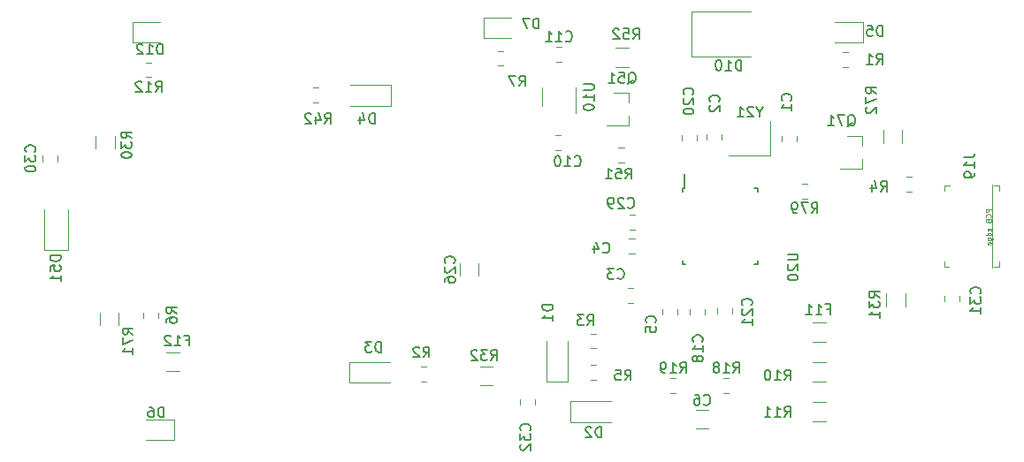
<source format=gbr>
G04 #@! TF.GenerationSoftware,KiCad,Pcbnew,5.1.5+dfsg1-2build2*
G04 #@! TF.CreationDate,2021-06-14T22:52:35+02:00*
G04 #@! TF.ProjectId,board,626f6172-642e-46b6-9963-61645f706362,rev?*
G04 #@! TF.SameCoordinates,Original*
G04 #@! TF.FileFunction,Legend,Bot*
G04 #@! TF.FilePolarity,Positive*
%FSLAX46Y46*%
G04 Gerber Fmt 4.6, Leading zero omitted, Abs format (unit mm)*
G04 Created by KiCad (PCBNEW 5.1.5+dfsg1-2build2) date 2021-06-14 22:52:35*
%MOMM*%
%LPD*%
G04 APERTURE LIST*
%ADD10C,0.120000*%
%ADD11C,0.150000*%
%ADD12C,0.100000*%
%ADD13C,0.050000*%
G04 APERTURE END LIST*
D10*
X-2115000Y-3547936D02*
X-2115000Y-4752064D01*
X-3935000Y-3547936D02*
X-3935000Y-4752064D01*
X19852064Y-19410000D02*
X18647936Y-19410000D01*
X19852064Y-17590000D02*
X18647936Y-17590000D01*
X-32790000Y-8303922D02*
X-32790000Y-8821078D01*
X-34210000Y-8303922D02*
X-34210000Y-8821078D01*
X-31315000Y-20460000D02*
X-34000000Y-20460000D01*
X-31315000Y-18540000D02*
X-31315000Y-20460000D01*
X-34000000Y-18540000D02*
X-31315000Y-18540000D01*
X12798578Y-2590000D02*
X12281422Y-2590000D01*
X12798578Y-1170000D02*
X12281422Y-1170000D01*
X12688578Y-7330000D02*
X12171422Y-7330000D01*
X12688578Y-5910000D02*
X12171422Y-5910000D01*
X19530000Y-7921422D02*
X19530000Y-8438578D01*
X18110000Y-7921422D02*
X18110000Y-8438578D01*
X16870000Y-7921422D02*
X16870000Y-8438578D01*
X15450000Y-7921422D02*
X15450000Y-8438578D01*
X3250000Y-16583922D02*
X3250000Y-17101078D01*
X1830000Y-16583922D02*
X1830000Y-17101078D01*
X43910000Y-6641422D02*
X43910000Y-7158578D01*
X42490000Y-6641422D02*
X42490000Y-7158578D01*
X-43890000Y6231422D02*
X-43890000Y6748578D01*
X-42470000Y6231422D02*
X-42470000Y6748578D01*
X12808578Y-285000D02*
X12291422Y-285000D01*
X12808578Y1135000D02*
X12291422Y1135000D01*
X22135000Y-7866422D02*
X22135000Y-8383578D01*
X20715000Y-7866422D02*
X20715000Y-8383578D01*
X17340000Y8216422D02*
X17340000Y8733578D01*
X18760000Y8216422D02*
X18760000Y8733578D01*
X5821078Y15790000D02*
X5303922Y15790000D01*
X5821078Y17210000D02*
X5303922Y17210000D01*
X5758578Y7290000D02*
X5241422Y7290000D01*
X5758578Y8710000D02*
X5241422Y8710000D01*
X-10570000Y13530000D02*
X-14470000Y13530000D01*
X-10570000Y11530000D02*
X-14470000Y11530000D01*
X-10570000Y13530000D02*
X-10570000Y11530000D01*
X-14540000Y-15010000D02*
X-10640000Y-15010000D01*
X-14540000Y-13010000D02*
X-10640000Y-13010000D01*
X-14540000Y-15010000D02*
X-14540000Y-13010000D01*
D11*
X17600000Y3625000D02*
X17600000Y5050000D01*
X17375000Y-3625000D02*
X17375000Y-3300000D01*
X24625000Y-3625000D02*
X24625000Y-3300000D01*
X24625000Y3625000D02*
X24625000Y3300000D01*
X17375000Y3625000D02*
X17375000Y3300000D01*
X24625000Y3625000D02*
X24300000Y3625000D01*
X24625000Y-3625000D02*
X24300000Y-3625000D01*
X17375000Y-3625000D02*
X17700000Y-3625000D01*
X17375000Y3625000D02*
X17600000Y3625000D01*
D10*
X-32002064Y-12090000D02*
X-30797936Y-12090000D01*
X-32002064Y-13910000D02*
X-30797936Y-13910000D01*
X-797936Y-15260000D02*
X-2002064Y-15260000D01*
X-797936Y-13440000D02*
X-2002064Y-13440000D01*
X36890000Y-7662064D02*
X36890000Y-6457936D01*
X38710000Y-7662064D02*
X38710000Y-6457936D01*
X-36970000Y8652064D02*
X-36970000Y7447936D01*
X-38790000Y8652064D02*
X-38790000Y7447936D01*
X25825000Y6825000D02*
X21825000Y6825000D01*
X25825000Y10125000D02*
X25825000Y6825000D01*
X7160000Y13300000D02*
X7160000Y10850000D01*
X3940000Y11500000D02*
X3940000Y13300000D01*
X28841422Y4085000D02*
X29358578Y4085000D01*
X28841422Y2665000D02*
X29358578Y2665000D01*
X36590000Y7997936D02*
X36590000Y9202064D01*
X38410000Y7997936D02*
X38410000Y9202064D01*
X10997936Y17110000D02*
X12202064Y17110000D01*
X10997936Y15290000D02*
X12202064Y15290000D01*
X11783578Y6090000D02*
X11266422Y6090000D01*
X11783578Y7510000D02*
X11266422Y7510000D01*
X-17438748Y11870000D02*
X-17961252Y11870000D01*
X-17438748Y13290000D02*
X-17961252Y13290000D01*
X16768578Y-15950000D02*
X16251422Y-15950000D01*
X16768578Y-14530000D02*
X16251422Y-14530000D01*
X21848578Y-15950000D02*
X21331422Y-15950000D01*
X21848578Y-14530000D02*
X21331422Y-14530000D01*
X-33958578Y15710000D02*
X-33441422Y15710000D01*
X-33958578Y14290000D02*
X-33441422Y14290000D01*
X29877936Y-16870000D02*
X31082064Y-16870000D01*
X29877936Y-18690000D02*
X31082064Y-18690000D01*
X29877936Y-13060000D02*
X31082064Y-13060000D01*
X29877936Y-14880000D02*
X31082064Y-14880000D01*
X258578Y15390000D02*
X-258578Y15390000D01*
X258578Y16810000D02*
X-258578Y16810000D01*
X9148578Y-14680000D02*
X8631422Y-14680000D01*
X9148578Y-13260000D02*
X8631422Y-13260000D01*
X39346252Y3340000D02*
X38823748Y3340000D01*
X39346252Y4760000D02*
X38823748Y4760000D01*
X8631422Y-10290000D02*
X9148578Y-10290000D01*
X8631422Y-11710000D02*
X9148578Y-11710000D01*
X-7651252Y-13430000D02*
X-7128748Y-13430000D01*
X-7651252Y-14850000D02*
X-7128748Y-14850000D01*
X32741422Y16710000D02*
X33258578Y16710000D01*
X32741422Y15290000D02*
X33258578Y15290000D01*
X34610000Y8680000D02*
X33150000Y8680000D01*
X34610000Y5520000D02*
X32450000Y5520000D01*
X34610000Y5520000D02*
X34610000Y6450000D01*
X34610000Y8680000D02*
X34610000Y7750000D01*
X12260000Y12830000D02*
X10800000Y12830000D01*
X12260000Y9670000D02*
X10100000Y9670000D01*
X12260000Y9670000D02*
X12260000Y10600000D01*
X12260000Y12830000D02*
X12260000Y11900000D01*
X47000000Y4000000D02*
X47000000Y-4000000D01*
D12*
X42500000Y3900000D02*
X42500000Y3400000D01*
X42500000Y3900000D02*
X43000000Y3900000D01*
X42500000Y-3900000D02*
X42500000Y-3400000D01*
X42500000Y-3900000D02*
X42900000Y-3900000D01*
X47700000Y-3900000D02*
X47200000Y-3900000D01*
X47700000Y-3900000D02*
X47700000Y-3400000D01*
X47700000Y3900000D02*
X47700000Y3400000D01*
X47700000Y3900000D02*
X47200000Y3900000D01*
D10*
X31082064Y-11070000D02*
X29877936Y-11070000D01*
X31082064Y-9250000D02*
X29877936Y-9250000D01*
X-43735000Y-2285000D02*
X-43735000Y1600000D01*
X-41465000Y-2285000D02*
X-43735000Y-2285000D01*
X-41465000Y1600000D02*
X-41465000Y-2285000D01*
X-35285000Y19560000D02*
X-32600000Y19560000D01*
X-35285000Y17640000D02*
X-35285000Y19560000D01*
X-32600000Y17640000D02*
X-35285000Y17640000D01*
X18250000Y16250000D02*
X23950000Y16250000D01*
X18250000Y20550000D02*
X23950000Y20550000D01*
X18250000Y16250000D02*
X18250000Y20550000D01*
X-1685000Y19960000D02*
X1000000Y19960000D01*
X-1685000Y18040000D02*
X-1685000Y19960000D01*
X1000000Y18040000D02*
X-1685000Y18040000D01*
X34685000Y17640000D02*
X32000000Y17640000D01*
X34685000Y19560000D02*
X34685000Y17640000D01*
X32000000Y19560000D02*
X34685000Y19560000D01*
X6640000Y-18780000D02*
X10540000Y-18780000D01*
X6640000Y-16780000D02*
X10540000Y-16780000D01*
X6640000Y-18780000D02*
X6640000Y-16780000D01*
X6400000Y-14850000D02*
X6400000Y-10950000D01*
X4400000Y-14850000D02*
X4400000Y-10950000D01*
X6400000Y-14850000D02*
X4400000Y-14850000D01*
X19690000Y8338748D02*
X19690000Y8861252D01*
X21110000Y8338748D02*
X21110000Y8861252D01*
X26915000Y8163748D02*
X26915000Y8686252D01*
X28335000Y8163748D02*
X28335000Y8686252D01*
X-38410000Y-9452064D02*
X-38410000Y-8247936D01*
X-36590000Y-9452064D02*
X-36590000Y-8247936D01*
D11*
X-4487857Y-3507142D02*
X-4440238Y-3459523D01*
X-4392619Y-3316666D01*
X-4392619Y-3221428D01*
X-4440238Y-3078571D01*
X-4535476Y-2983333D01*
X-4630714Y-2935714D01*
X-4821190Y-2888095D01*
X-4964047Y-2888095D01*
X-5154523Y-2935714D01*
X-5249761Y-2983333D01*
X-5345000Y-3078571D01*
X-5392619Y-3221428D01*
X-5392619Y-3316666D01*
X-5345000Y-3459523D01*
X-5297380Y-3507142D01*
X-5297380Y-3888095D02*
X-5345000Y-3935714D01*
X-5392619Y-4030952D01*
X-5392619Y-4269047D01*
X-5345000Y-4364285D01*
X-5297380Y-4411904D01*
X-5202142Y-4459523D01*
X-5106904Y-4459523D01*
X-4964047Y-4411904D01*
X-4392619Y-3840476D01*
X-4392619Y-4459523D01*
X-5392619Y-5316666D02*
X-5392619Y-5126190D01*
X-5345000Y-5030952D01*
X-5297380Y-4983333D01*
X-5154523Y-4888095D01*
X-4964047Y-4840476D01*
X-4583095Y-4840476D01*
X-4487857Y-4888095D01*
X-4440238Y-4935714D01*
X-4392619Y-5030952D01*
X-4392619Y-5221428D01*
X-4440238Y-5316666D01*
X-4487857Y-5364285D01*
X-4583095Y-5411904D01*
X-4821190Y-5411904D01*
X-4916428Y-5364285D01*
X-4964047Y-5316666D01*
X-5011666Y-5221428D01*
X-5011666Y-5030952D01*
X-4964047Y-4935714D01*
X-4916428Y-4888095D01*
X-4821190Y-4840476D01*
X19416666Y-17037142D02*
X19464285Y-17084761D01*
X19607142Y-17132380D01*
X19702380Y-17132380D01*
X19845238Y-17084761D01*
X19940476Y-16989523D01*
X19988095Y-16894285D01*
X20035714Y-16703809D01*
X20035714Y-16560952D01*
X19988095Y-16370476D01*
X19940476Y-16275238D01*
X19845238Y-16180000D01*
X19702380Y-16132380D01*
X19607142Y-16132380D01*
X19464285Y-16180000D01*
X19416666Y-16227619D01*
X18559523Y-16132380D02*
X18750000Y-16132380D01*
X18845238Y-16180000D01*
X18892857Y-16227619D01*
X18988095Y-16370476D01*
X19035714Y-16560952D01*
X19035714Y-16941904D01*
X18988095Y-17037142D01*
X18940476Y-17084761D01*
X18845238Y-17132380D01*
X18654761Y-17132380D01*
X18559523Y-17084761D01*
X18511904Y-17037142D01*
X18464285Y-16941904D01*
X18464285Y-16703809D01*
X18511904Y-16608571D01*
X18559523Y-16560952D01*
X18654761Y-16513333D01*
X18845238Y-16513333D01*
X18940476Y-16560952D01*
X18988095Y-16608571D01*
X19035714Y-16703809D01*
X-31047619Y-8333333D02*
X-31523809Y-8000000D01*
X-31047619Y-7761904D02*
X-32047619Y-7761904D01*
X-32047619Y-8142857D01*
X-32000000Y-8238095D01*
X-31952380Y-8285714D01*
X-31857142Y-8333333D01*
X-31714285Y-8333333D01*
X-31619047Y-8285714D01*
X-31571428Y-8238095D01*
X-31523809Y-8142857D01*
X-31523809Y-7761904D01*
X-32047619Y-9190476D02*
X-32047619Y-9000000D01*
X-32000000Y-8904761D01*
X-31952380Y-8857142D01*
X-31809523Y-8761904D01*
X-31619047Y-8714285D01*
X-31238095Y-8714285D01*
X-31142857Y-8761904D01*
X-31095238Y-8809523D01*
X-31047619Y-8904761D01*
X-31047619Y-9095238D01*
X-31095238Y-9190476D01*
X-31142857Y-9238095D01*
X-31238095Y-9285714D01*
X-31476190Y-9285714D01*
X-31571428Y-9238095D01*
X-31619047Y-9190476D01*
X-31666666Y-9095238D01*
X-31666666Y-8904761D01*
X-31619047Y-8809523D01*
X-31571428Y-8761904D01*
X-31476190Y-8714285D01*
X-32261904Y-18302380D02*
X-32261904Y-17302380D01*
X-32500000Y-17302380D01*
X-32642857Y-17350000D01*
X-32738095Y-17445238D01*
X-32785714Y-17540476D01*
X-32833333Y-17730952D01*
X-32833333Y-17873809D01*
X-32785714Y-18064285D01*
X-32738095Y-18159523D01*
X-32642857Y-18254761D01*
X-32500000Y-18302380D01*
X-32261904Y-18302380D01*
X-33690476Y-17302380D02*
X-33500000Y-17302380D01*
X-33404761Y-17350000D01*
X-33357142Y-17397619D01*
X-33261904Y-17540476D01*
X-33214285Y-17730952D01*
X-33214285Y-18111904D01*
X-33261904Y-18207142D01*
X-33309523Y-18254761D01*
X-33404761Y-18302380D01*
X-33595238Y-18302380D01*
X-33690476Y-18254761D01*
X-33738095Y-18207142D01*
X-33785714Y-18111904D01*
X-33785714Y-17873809D01*
X-33738095Y-17778571D01*
X-33690476Y-17730952D01*
X-33595238Y-17683333D01*
X-33404761Y-17683333D01*
X-33309523Y-17730952D01*
X-33261904Y-17778571D01*
X-33214285Y-17873809D01*
X9766666Y-2457142D02*
X9814285Y-2504761D01*
X9957142Y-2552380D01*
X10052380Y-2552380D01*
X10195238Y-2504761D01*
X10290476Y-2409523D01*
X10338095Y-2314285D01*
X10385714Y-2123809D01*
X10385714Y-1980952D01*
X10338095Y-1790476D01*
X10290476Y-1695238D01*
X10195238Y-1600000D01*
X10052380Y-1552380D01*
X9957142Y-1552380D01*
X9814285Y-1600000D01*
X9766666Y-1647619D01*
X8909523Y-1885714D02*
X8909523Y-2552380D01*
X9147619Y-1504761D02*
X9385714Y-2219047D01*
X8766666Y-2219047D01*
X11166666Y-4957142D02*
X11214285Y-5004761D01*
X11357142Y-5052380D01*
X11452380Y-5052380D01*
X11595238Y-5004761D01*
X11690476Y-4909523D01*
X11738095Y-4814285D01*
X11785714Y-4623809D01*
X11785714Y-4480952D01*
X11738095Y-4290476D01*
X11690476Y-4195238D01*
X11595238Y-4100000D01*
X11452380Y-4052380D01*
X11357142Y-4052380D01*
X11214285Y-4100000D01*
X11166666Y-4147619D01*
X10833333Y-4052380D02*
X10214285Y-4052380D01*
X10547619Y-4433333D01*
X10404761Y-4433333D01*
X10309523Y-4480952D01*
X10261904Y-4528571D01*
X10214285Y-4623809D01*
X10214285Y-4861904D01*
X10261904Y-4957142D01*
X10309523Y-5004761D01*
X10404761Y-5052380D01*
X10690476Y-5052380D01*
X10785714Y-5004761D01*
X10833333Y-4957142D01*
X19257142Y-11057142D02*
X19304761Y-11009523D01*
X19352380Y-10866666D01*
X19352380Y-10771428D01*
X19304761Y-10628571D01*
X19209523Y-10533333D01*
X19114285Y-10485714D01*
X18923809Y-10438095D01*
X18780952Y-10438095D01*
X18590476Y-10485714D01*
X18495238Y-10533333D01*
X18400000Y-10628571D01*
X18352380Y-10771428D01*
X18352380Y-10866666D01*
X18400000Y-11009523D01*
X18447619Y-11057142D01*
X19352380Y-12009523D02*
X19352380Y-11438095D01*
X19352380Y-11723809D02*
X18352380Y-11723809D01*
X18495238Y-11628571D01*
X18590476Y-11533333D01*
X18638095Y-11438095D01*
X18780952Y-12580952D02*
X18733333Y-12485714D01*
X18685714Y-12438095D01*
X18590476Y-12390476D01*
X18542857Y-12390476D01*
X18447619Y-12438095D01*
X18400000Y-12485714D01*
X18352380Y-12580952D01*
X18352380Y-12771428D01*
X18400000Y-12866666D01*
X18447619Y-12914285D01*
X18542857Y-12961904D01*
X18590476Y-12961904D01*
X18685714Y-12914285D01*
X18733333Y-12866666D01*
X18780952Y-12771428D01*
X18780952Y-12580952D01*
X18828571Y-12485714D01*
X18876190Y-12438095D01*
X18971428Y-12390476D01*
X19161904Y-12390476D01*
X19257142Y-12438095D01*
X19304761Y-12485714D01*
X19352380Y-12580952D01*
X19352380Y-12771428D01*
X19304761Y-12866666D01*
X19257142Y-12914285D01*
X19161904Y-12961904D01*
X18971428Y-12961904D01*
X18876190Y-12914285D01*
X18828571Y-12866666D01*
X18780952Y-12771428D01*
X14757142Y-9233333D02*
X14804761Y-9185714D01*
X14852380Y-9042857D01*
X14852380Y-8947619D01*
X14804761Y-8804761D01*
X14709523Y-8709523D01*
X14614285Y-8661904D01*
X14423809Y-8614285D01*
X14280952Y-8614285D01*
X14090476Y-8661904D01*
X13995238Y-8709523D01*
X13900000Y-8804761D01*
X13852380Y-8947619D01*
X13852380Y-9042857D01*
X13900000Y-9185714D01*
X13947619Y-9233333D01*
X13852380Y-10138095D02*
X13852380Y-9661904D01*
X14328571Y-9614285D01*
X14280952Y-9661904D01*
X14233333Y-9757142D01*
X14233333Y-9995238D01*
X14280952Y-10090476D01*
X14328571Y-10138095D01*
X14423809Y-10185714D01*
X14661904Y-10185714D01*
X14757142Y-10138095D01*
X14804761Y-10090476D01*
X14852380Y-9995238D01*
X14852380Y-9757142D01*
X14804761Y-9661904D01*
X14757142Y-9614285D01*
X2757142Y-19557142D02*
X2804761Y-19509523D01*
X2852380Y-19366666D01*
X2852380Y-19271428D01*
X2804761Y-19128571D01*
X2709523Y-19033333D01*
X2614285Y-18985714D01*
X2423809Y-18938095D01*
X2280952Y-18938095D01*
X2090476Y-18985714D01*
X1995238Y-19033333D01*
X1900000Y-19128571D01*
X1852380Y-19271428D01*
X1852380Y-19366666D01*
X1900000Y-19509523D01*
X1947619Y-19557142D01*
X1852380Y-19890476D02*
X1852380Y-20509523D01*
X2233333Y-20176190D01*
X2233333Y-20319047D01*
X2280952Y-20414285D01*
X2328571Y-20461904D01*
X2423809Y-20509523D01*
X2661904Y-20509523D01*
X2757142Y-20461904D01*
X2804761Y-20414285D01*
X2852380Y-20319047D01*
X2852380Y-20033333D01*
X2804761Y-19938095D01*
X2757142Y-19890476D01*
X1947619Y-20890476D02*
X1900000Y-20938095D01*
X1852380Y-21033333D01*
X1852380Y-21271428D01*
X1900000Y-21366666D01*
X1947619Y-21414285D01*
X2042857Y-21461904D01*
X2138095Y-21461904D01*
X2280952Y-21414285D01*
X2852380Y-20842857D01*
X2852380Y-21461904D01*
X45857142Y-6457142D02*
X45904761Y-6409523D01*
X45952380Y-6266666D01*
X45952380Y-6171428D01*
X45904761Y-6028571D01*
X45809523Y-5933333D01*
X45714285Y-5885714D01*
X45523809Y-5838095D01*
X45380952Y-5838095D01*
X45190476Y-5885714D01*
X45095238Y-5933333D01*
X45000000Y-6028571D01*
X44952380Y-6171428D01*
X44952380Y-6266666D01*
X45000000Y-6409523D01*
X45047619Y-6457142D01*
X44952380Y-6790476D02*
X44952380Y-7409523D01*
X45333333Y-7076190D01*
X45333333Y-7219047D01*
X45380952Y-7314285D01*
X45428571Y-7361904D01*
X45523809Y-7409523D01*
X45761904Y-7409523D01*
X45857142Y-7361904D01*
X45904761Y-7314285D01*
X45952380Y-7219047D01*
X45952380Y-6933333D01*
X45904761Y-6838095D01*
X45857142Y-6790476D01*
X45952380Y-8361904D02*
X45952380Y-7790476D01*
X45952380Y-8076190D02*
X44952380Y-8076190D01*
X45095238Y-7980952D01*
X45190476Y-7885714D01*
X45238095Y-7790476D01*
X-44642857Y7142857D02*
X-44595238Y7190476D01*
X-44547619Y7333333D01*
X-44547619Y7428571D01*
X-44595238Y7571428D01*
X-44690476Y7666666D01*
X-44785714Y7714285D01*
X-44976190Y7761904D01*
X-45119047Y7761904D01*
X-45309523Y7714285D01*
X-45404761Y7666666D01*
X-45500000Y7571428D01*
X-45547619Y7428571D01*
X-45547619Y7333333D01*
X-45500000Y7190476D01*
X-45452380Y7142857D01*
X-45547619Y6809523D02*
X-45547619Y6190476D01*
X-45166666Y6523809D01*
X-45166666Y6380952D01*
X-45119047Y6285714D01*
X-45071428Y6238095D01*
X-44976190Y6190476D01*
X-44738095Y6190476D01*
X-44642857Y6238095D01*
X-44595238Y6285714D01*
X-44547619Y6380952D01*
X-44547619Y6666666D01*
X-44595238Y6761904D01*
X-44642857Y6809523D01*
X-45547619Y5571428D02*
X-45547619Y5476190D01*
X-45500000Y5380952D01*
X-45452380Y5333333D01*
X-45357142Y5285714D01*
X-45166666Y5238095D01*
X-44928571Y5238095D01*
X-44738095Y5285714D01*
X-44642857Y5333333D01*
X-44595238Y5380952D01*
X-44547619Y5476190D01*
X-44547619Y5571428D01*
X-44595238Y5666666D01*
X-44642857Y5714285D01*
X-44738095Y5761904D01*
X-44928571Y5809523D01*
X-45166666Y5809523D01*
X-45357142Y5761904D01*
X-45452380Y5714285D01*
X-45500000Y5666666D01*
X-45547619Y5571428D01*
X12142857Y1842857D02*
X12190476Y1795238D01*
X12333333Y1747619D01*
X12428571Y1747619D01*
X12571428Y1795238D01*
X12666666Y1890476D01*
X12714285Y1985714D01*
X12761904Y2176190D01*
X12761904Y2319047D01*
X12714285Y2509523D01*
X12666666Y2604761D01*
X12571428Y2700000D01*
X12428571Y2747619D01*
X12333333Y2747619D01*
X12190476Y2700000D01*
X12142857Y2652380D01*
X11761904Y2652380D02*
X11714285Y2700000D01*
X11619047Y2747619D01*
X11380952Y2747619D01*
X11285714Y2700000D01*
X11238095Y2652380D01*
X11190476Y2557142D01*
X11190476Y2461904D01*
X11238095Y2319047D01*
X11809523Y1747619D01*
X11190476Y1747619D01*
X10714285Y1747619D02*
X10523809Y1747619D01*
X10428571Y1795238D01*
X10380952Y1842857D01*
X10285714Y1985714D01*
X10238095Y2176190D01*
X10238095Y2557142D01*
X10285714Y2652380D01*
X10333333Y2700000D01*
X10428571Y2747619D01*
X10619047Y2747619D01*
X10714285Y2700000D01*
X10761904Y2652380D01*
X10809523Y2557142D01*
X10809523Y2319047D01*
X10761904Y2223809D01*
X10714285Y2176190D01*
X10619047Y2128571D01*
X10428571Y2128571D01*
X10333333Y2176190D01*
X10285714Y2223809D01*
X10238095Y2319047D01*
X23957142Y-7557142D02*
X24004761Y-7509523D01*
X24052380Y-7366666D01*
X24052380Y-7271428D01*
X24004761Y-7128571D01*
X23909523Y-7033333D01*
X23814285Y-6985714D01*
X23623809Y-6938095D01*
X23480952Y-6938095D01*
X23290476Y-6985714D01*
X23195238Y-7033333D01*
X23100000Y-7128571D01*
X23052380Y-7271428D01*
X23052380Y-7366666D01*
X23100000Y-7509523D01*
X23147619Y-7557142D01*
X23147619Y-7938095D02*
X23100000Y-7985714D01*
X23052380Y-8080952D01*
X23052380Y-8319047D01*
X23100000Y-8414285D01*
X23147619Y-8461904D01*
X23242857Y-8509523D01*
X23338095Y-8509523D01*
X23480952Y-8461904D01*
X24052380Y-7890476D01*
X24052380Y-8509523D01*
X24052380Y-9461904D02*
X24052380Y-8890476D01*
X24052380Y-9176190D02*
X23052380Y-9176190D01*
X23195238Y-9080952D01*
X23290476Y-8985714D01*
X23338095Y-8890476D01*
X18357142Y12642857D02*
X18404761Y12690476D01*
X18452380Y12833333D01*
X18452380Y12928571D01*
X18404761Y13071428D01*
X18309523Y13166666D01*
X18214285Y13214285D01*
X18023809Y13261904D01*
X17880952Y13261904D01*
X17690476Y13214285D01*
X17595238Y13166666D01*
X17500000Y13071428D01*
X17452380Y12928571D01*
X17452380Y12833333D01*
X17500000Y12690476D01*
X17547619Y12642857D01*
X17547619Y12261904D02*
X17500000Y12214285D01*
X17452380Y12119047D01*
X17452380Y11880952D01*
X17500000Y11785714D01*
X17547619Y11738095D01*
X17642857Y11690476D01*
X17738095Y11690476D01*
X17880952Y11738095D01*
X18452380Y12309523D01*
X18452380Y11690476D01*
X17452380Y11071428D02*
X17452380Y10976190D01*
X17500000Y10880952D01*
X17547619Y10833333D01*
X17642857Y10785714D01*
X17833333Y10738095D01*
X18071428Y10738095D01*
X18261904Y10785714D01*
X18357142Y10833333D01*
X18404761Y10880952D01*
X18452380Y10976190D01*
X18452380Y11071428D01*
X18404761Y11166666D01*
X18357142Y11214285D01*
X18261904Y11261904D01*
X18071428Y11309523D01*
X17833333Y11309523D01*
X17642857Y11261904D01*
X17547619Y11214285D01*
X17500000Y11166666D01*
X17452380Y11071428D01*
X6205357Y17792857D02*
X6252976Y17745238D01*
X6395833Y17697619D01*
X6491071Y17697619D01*
X6633928Y17745238D01*
X6729166Y17840476D01*
X6776785Y17935714D01*
X6824404Y18126190D01*
X6824404Y18269047D01*
X6776785Y18459523D01*
X6729166Y18554761D01*
X6633928Y18650000D01*
X6491071Y18697619D01*
X6395833Y18697619D01*
X6252976Y18650000D01*
X6205357Y18602380D01*
X5252976Y17697619D02*
X5824404Y17697619D01*
X5538690Y17697619D02*
X5538690Y18697619D01*
X5633928Y18554761D01*
X5729166Y18459523D01*
X5824404Y18411904D01*
X4300595Y17697619D02*
X4872023Y17697619D01*
X4586309Y17697619D02*
X4586309Y18697619D01*
X4681547Y18554761D01*
X4776785Y18459523D01*
X4872023Y18411904D01*
X7042857Y5842857D02*
X7090476Y5795238D01*
X7233333Y5747619D01*
X7328571Y5747619D01*
X7471428Y5795238D01*
X7566666Y5890476D01*
X7614285Y5985714D01*
X7661904Y6176190D01*
X7661904Y6319047D01*
X7614285Y6509523D01*
X7566666Y6604761D01*
X7471428Y6700000D01*
X7328571Y6747619D01*
X7233333Y6747619D01*
X7090476Y6700000D01*
X7042857Y6652380D01*
X6090476Y5747619D02*
X6661904Y5747619D01*
X6376190Y5747619D02*
X6376190Y6747619D01*
X6471428Y6604761D01*
X6566666Y6509523D01*
X6661904Y6461904D01*
X5471428Y6747619D02*
X5376190Y6747619D01*
X5280952Y6700000D01*
X5233333Y6652380D01*
X5185714Y6557142D01*
X5138095Y6366666D01*
X5138095Y6128571D01*
X5185714Y5938095D01*
X5233333Y5842857D01*
X5280952Y5795238D01*
X5376190Y5747619D01*
X5471428Y5747619D01*
X5566666Y5795238D01*
X5614285Y5842857D01*
X5661904Y5938095D01*
X5709523Y6128571D01*
X5709523Y6366666D01*
X5661904Y6557142D01*
X5614285Y6652380D01*
X5566666Y6700000D01*
X5471428Y6747619D01*
X-12081904Y9847619D02*
X-12081904Y10847619D01*
X-12320000Y10847619D01*
X-12462857Y10800000D01*
X-12558095Y10704761D01*
X-12605714Y10609523D01*
X-12653333Y10419047D01*
X-12653333Y10276190D01*
X-12605714Y10085714D01*
X-12558095Y9990476D01*
X-12462857Y9895238D01*
X-12320000Y9847619D01*
X-12081904Y9847619D01*
X-13510476Y10514285D02*
X-13510476Y9847619D01*
X-13272380Y10895238D02*
X-13034285Y10180952D01*
X-13653333Y10180952D01*
X-11461904Y-12052380D02*
X-11461904Y-11052380D01*
X-11700000Y-11052380D01*
X-11842857Y-11100000D01*
X-11938095Y-11195238D01*
X-11985714Y-11290476D01*
X-12033333Y-11480952D01*
X-12033333Y-11623809D01*
X-11985714Y-11814285D01*
X-11938095Y-11909523D01*
X-11842857Y-12004761D01*
X-11700000Y-12052380D01*
X-11461904Y-12052380D01*
X-12366666Y-11052380D02*
X-12985714Y-11052380D01*
X-12652380Y-11433333D01*
X-12795238Y-11433333D01*
X-12890476Y-11480952D01*
X-12938095Y-11528571D01*
X-12985714Y-11623809D01*
X-12985714Y-11861904D01*
X-12938095Y-11957142D01*
X-12890476Y-12004761D01*
X-12795238Y-12052380D01*
X-12509523Y-12052380D01*
X-12414285Y-12004761D01*
X-12366666Y-11957142D01*
X27452380Y-2661904D02*
X28261904Y-2661904D01*
X28357142Y-2709523D01*
X28404761Y-2757142D01*
X28452380Y-2852380D01*
X28452380Y-3042857D01*
X28404761Y-3138095D01*
X28357142Y-3185714D01*
X28261904Y-3233333D01*
X27452380Y-3233333D01*
X27547619Y-3661904D02*
X27500000Y-3709523D01*
X27452380Y-3804761D01*
X27452380Y-4042857D01*
X27500000Y-4138095D01*
X27547619Y-4185714D01*
X27642857Y-4233333D01*
X27738095Y-4233333D01*
X27880952Y-4185714D01*
X28452380Y-3614285D01*
X28452380Y-4233333D01*
X27452380Y-4852380D02*
X27452380Y-4947619D01*
X27500000Y-5042857D01*
X27547619Y-5090476D01*
X27642857Y-5138095D01*
X27833333Y-5185714D01*
X28071428Y-5185714D01*
X28261904Y-5138095D01*
X28357142Y-5090476D01*
X28404761Y-5042857D01*
X28452380Y-4947619D01*
X28452380Y-4852380D01*
X28404761Y-4757142D01*
X28357142Y-4709523D01*
X28261904Y-4661904D01*
X28071428Y-4614285D01*
X27833333Y-4614285D01*
X27642857Y-4661904D01*
X27547619Y-4709523D01*
X27500000Y-4757142D01*
X27452380Y-4852380D01*
X-30190476Y-10928571D02*
X-29857142Y-10928571D01*
X-29857142Y-11452380D02*
X-29857142Y-10452380D01*
X-30333333Y-10452380D01*
X-31238095Y-11452380D02*
X-30666666Y-11452380D01*
X-30952380Y-11452380D02*
X-30952380Y-10452380D01*
X-30857142Y-10595238D01*
X-30761904Y-10690476D01*
X-30666666Y-10738095D01*
X-31619047Y-10547619D02*
X-31666666Y-10500000D01*
X-31761904Y-10452380D01*
X-32000000Y-10452380D01*
X-32095238Y-10500000D01*
X-32142857Y-10547619D01*
X-32190476Y-10642857D01*
X-32190476Y-10738095D01*
X-32142857Y-10880952D01*
X-31571428Y-11452380D01*
X-32190476Y-11452380D01*
X-957142Y-12852380D02*
X-623809Y-12376190D01*
X-385714Y-12852380D02*
X-385714Y-11852380D01*
X-766666Y-11852380D01*
X-861904Y-11900000D01*
X-909523Y-11947619D01*
X-957142Y-12042857D01*
X-957142Y-12185714D01*
X-909523Y-12280952D01*
X-861904Y-12328571D01*
X-766666Y-12376190D01*
X-385714Y-12376190D01*
X-1290476Y-11852380D02*
X-1909523Y-11852380D01*
X-1576190Y-12233333D01*
X-1719047Y-12233333D01*
X-1814285Y-12280952D01*
X-1861904Y-12328571D01*
X-1909523Y-12423809D01*
X-1909523Y-12661904D01*
X-1861904Y-12757142D01*
X-1814285Y-12804761D01*
X-1719047Y-12852380D01*
X-1433333Y-12852380D01*
X-1338095Y-12804761D01*
X-1290476Y-12757142D01*
X-2290476Y-11947619D02*
X-2338095Y-11900000D01*
X-2433333Y-11852380D01*
X-2671428Y-11852380D01*
X-2766666Y-11900000D01*
X-2814285Y-11947619D01*
X-2861904Y-12042857D01*
X-2861904Y-12138095D01*
X-2814285Y-12280952D01*
X-2242857Y-12852380D01*
X-2861904Y-12852380D01*
X36252380Y-6857142D02*
X35776190Y-6523809D01*
X36252380Y-6285714D02*
X35252380Y-6285714D01*
X35252380Y-6666666D01*
X35300000Y-6761904D01*
X35347619Y-6809523D01*
X35442857Y-6857142D01*
X35585714Y-6857142D01*
X35680952Y-6809523D01*
X35728571Y-6761904D01*
X35776190Y-6666666D01*
X35776190Y-6285714D01*
X35252380Y-7190476D02*
X35252380Y-7809523D01*
X35633333Y-7476190D01*
X35633333Y-7619047D01*
X35680952Y-7714285D01*
X35728571Y-7761904D01*
X35823809Y-7809523D01*
X36061904Y-7809523D01*
X36157142Y-7761904D01*
X36204761Y-7714285D01*
X36252380Y-7619047D01*
X36252380Y-7333333D01*
X36204761Y-7238095D01*
X36157142Y-7190476D01*
X36252380Y-8761904D02*
X36252380Y-8190476D01*
X36252380Y-8476190D02*
X35252380Y-8476190D01*
X35395238Y-8380952D01*
X35490476Y-8285714D01*
X35538095Y-8190476D01*
X-35347619Y8442857D02*
X-35823809Y8776190D01*
X-35347619Y9014285D02*
X-36347619Y9014285D01*
X-36347619Y8633333D01*
X-36300000Y8538095D01*
X-36252380Y8490476D01*
X-36157142Y8442857D01*
X-36014285Y8442857D01*
X-35919047Y8490476D01*
X-35871428Y8538095D01*
X-35823809Y8633333D01*
X-35823809Y9014285D01*
X-36347619Y8109523D02*
X-36347619Y7490476D01*
X-35966666Y7823809D01*
X-35966666Y7680952D01*
X-35919047Y7585714D01*
X-35871428Y7538095D01*
X-35776190Y7490476D01*
X-35538095Y7490476D01*
X-35442857Y7538095D01*
X-35395238Y7585714D01*
X-35347619Y7680952D01*
X-35347619Y7966666D01*
X-35395238Y8061904D01*
X-35442857Y8109523D01*
X-36347619Y6871428D02*
X-36347619Y6776190D01*
X-36300000Y6680952D01*
X-36252380Y6633333D01*
X-36157142Y6585714D01*
X-35966666Y6538095D01*
X-35728571Y6538095D01*
X-35538095Y6585714D01*
X-35442857Y6633333D01*
X-35395238Y6680952D01*
X-35347619Y6776190D01*
X-35347619Y6871428D01*
X-35395238Y6966666D01*
X-35442857Y7014285D01*
X-35538095Y7061904D01*
X-35728571Y7109523D01*
X-35966666Y7109523D01*
X-36157142Y7061904D01*
X-36252380Y7014285D01*
X-36300000Y6966666D01*
X-36347619Y6871428D01*
X24777380Y10948809D02*
X24777380Y10472619D01*
X25110714Y11472619D02*
X24777380Y10948809D01*
X24444047Y11472619D01*
X24158333Y11377380D02*
X24110714Y11425000D01*
X24015476Y11472619D01*
X23777380Y11472619D01*
X23682142Y11425000D01*
X23634523Y11377380D01*
X23586904Y11282142D01*
X23586904Y11186904D01*
X23634523Y11044047D01*
X24205952Y10472619D01*
X23586904Y10472619D01*
X22634523Y10472619D02*
X23205952Y10472619D01*
X22920238Y10472619D02*
X22920238Y11472619D01*
X23015476Y11329761D01*
X23110714Y11234523D01*
X23205952Y11186904D01*
X7902380Y13638095D02*
X8711904Y13638095D01*
X8807142Y13590476D01*
X8854761Y13542857D01*
X8902380Y13447619D01*
X8902380Y13257142D01*
X8854761Y13161904D01*
X8807142Y13114285D01*
X8711904Y13066666D01*
X7902380Y13066666D01*
X8902380Y12066666D02*
X8902380Y12638095D01*
X8902380Y12352380D02*
X7902380Y12352380D01*
X8045238Y12447619D01*
X8140476Y12542857D01*
X8188095Y12638095D01*
X7902380Y11447619D02*
X7902380Y11352380D01*
X7950000Y11257142D01*
X7997619Y11209523D01*
X8092857Y11161904D01*
X8283333Y11114285D01*
X8521428Y11114285D01*
X8711904Y11161904D01*
X8807142Y11209523D01*
X8854761Y11257142D01*
X8902380Y11352380D01*
X8902380Y11447619D01*
X8854761Y11542857D01*
X8807142Y11590476D01*
X8711904Y11638095D01*
X8521428Y11685714D01*
X8283333Y11685714D01*
X8092857Y11638095D01*
X7997619Y11590476D01*
X7950000Y11542857D01*
X7902380Y11447619D01*
X29742857Y1272619D02*
X30076190Y1748809D01*
X30314285Y1272619D02*
X30314285Y2272619D01*
X29933333Y2272619D01*
X29838095Y2225000D01*
X29790476Y2177380D01*
X29742857Y2082142D01*
X29742857Y1939285D01*
X29790476Y1844047D01*
X29838095Y1796428D01*
X29933333Y1748809D01*
X30314285Y1748809D01*
X29409523Y2272619D02*
X28742857Y2272619D01*
X29171428Y1272619D01*
X28314285Y1272619D02*
X28123809Y1272619D01*
X28028571Y1320238D01*
X27980952Y1367857D01*
X27885714Y1510714D01*
X27838095Y1701190D01*
X27838095Y2082142D01*
X27885714Y2177380D01*
X27933333Y2225000D01*
X28028571Y2272619D01*
X28219047Y2272619D01*
X28314285Y2225000D01*
X28361904Y2177380D01*
X28409523Y2082142D01*
X28409523Y1844047D01*
X28361904Y1748809D01*
X28314285Y1701190D01*
X28219047Y1653571D01*
X28028571Y1653571D01*
X27933333Y1701190D01*
X27885714Y1748809D01*
X27838095Y1844047D01*
X35952380Y12742857D02*
X35476190Y13076190D01*
X35952380Y13314285D02*
X34952380Y13314285D01*
X34952380Y12933333D01*
X35000000Y12838095D01*
X35047619Y12790476D01*
X35142857Y12742857D01*
X35285714Y12742857D01*
X35380952Y12790476D01*
X35428571Y12838095D01*
X35476190Y12933333D01*
X35476190Y13314285D01*
X34952380Y12409523D02*
X34952380Y11742857D01*
X35952380Y12171428D01*
X35047619Y11409523D02*
X35000000Y11361904D01*
X34952380Y11266666D01*
X34952380Y11028571D01*
X35000000Y10933333D01*
X35047619Y10885714D01*
X35142857Y10838095D01*
X35238095Y10838095D01*
X35380952Y10885714D01*
X35952380Y11457142D01*
X35952380Y10838095D01*
X12642857Y17947619D02*
X12976190Y18423809D01*
X13214285Y17947619D02*
X13214285Y18947619D01*
X12833333Y18947619D01*
X12738095Y18900000D01*
X12690476Y18852380D01*
X12642857Y18757142D01*
X12642857Y18614285D01*
X12690476Y18519047D01*
X12738095Y18471428D01*
X12833333Y18423809D01*
X13214285Y18423809D01*
X11738095Y18947619D02*
X12214285Y18947619D01*
X12261904Y18471428D01*
X12214285Y18519047D01*
X12119047Y18566666D01*
X11880952Y18566666D01*
X11785714Y18519047D01*
X11738095Y18471428D01*
X11690476Y18376190D01*
X11690476Y18138095D01*
X11738095Y18042857D01*
X11785714Y17995238D01*
X11880952Y17947619D01*
X12119047Y17947619D01*
X12214285Y17995238D01*
X12261904Y18042857D01*
X11309523Y18852380D02*
X11261904Y18900000D01*
X11166666Y18947619D01*
X10928571Y18947619D01*
X10833333Y18900000D01*
X10785714Y18852380D01*
X10738095Y18757142D01*
X10738095Y18661904D01*
X10785714Y18519047D01*
X11357142Y17947619D01*
X10738095Y17947619D01*
X11942857Y4547619D02*
X12276190Y5023809D01*
X12514285Y4547619D02*
X12514285Y5547619D01*
X12133333Y5547619D01*
X12038095Y5500000D01*
X11990476Y5452380D01*
X11942857Y5357142D01*
X11942857Y5214285D01*
X11990476Y5119047D01*
X12038095Y5071428D01*
X12133333Y5023809D01*
X12514285Y5023809D01*
X11038095Y5547619D02*
X11514285Y5547619D01*
X11561904Y5071428D01*
X11514285Y5119047D01*
X11419047Y5166666D01*
X11180952Y5166666D01*
X11085714Y5119047D01*
X11038095Y5071428D01*
X10990476Y4976190D01*
X10990476Y4738095D01*
X11038095Y4642857D01*
X11085714Y4595238D01*
X11180952Y4547619D01*
X11419047Y4547619D01*
X11514285Y4595238D01*
X11561904Y4642857D01*
X10038095Y4547619D02*
X10609523Y4547619D01*
X10323809Y4547619D02*
X10323809Y5547619D01*
X10419047Y5404761D01*
X10514285Y5309523D01*
X10609523Y5261904D01*
X-16857142Y9847619D02*
X-16523809Y10323809D01*
X-16285714Y9847619D02*
X-16285714Y10847619D01*
X-16666666Y10847619D01*
X-16761904Y10800000D01*
X-16809523Y10752380D01*
X-16857142Y10657142D01*
X-16857142Y10514285D01*
X-16809523Y10419047D01*
X-16761904Y10371428D01*
X-16666666Y10323809D01*
X-16285714Y10323809D01*
X-17714285Y10514285D02*
X-17714285Y9847619D01*
X-17476190Y10895238D02*
X-17238095Y10180952D01*
X-17857142Y10180952D01*
X-18190476Y10752380D02*
X-18238095Y10800000D01*
X-18333333Y10847619D01*
X-18571428Y10847619D01*
X-18666666Y10800000D01*
X-18714285Y10752380D01*
X-18761904Y10657142D01*
X-18761904Y10561904D01*
X-18714285Y10419047D01*
X-18142857Y9847619D01*
X-18761904Y9847619D01*
X17152857Y-14042380D02*
X17486190Y-13566190D01*
X17724285Y-14042380D02*
X17724285Y-13042380D01*
X17343333Y-13042380D01*
X17248095Y-13090000D01*
X17200476Y-13137619D01*
X17152857Y-13232857D01*
X17152857Y-13375714D01*
X17200476Y-13470952D01*
X17248095Y-13518571D01*
X17343333Y-13566190D01*
X17724285Y-13566190D01*
X16200476Y-14042380D02*
X16771904Y-14042380D01*
X16486190Y-14042380D02*
X16486190Y-13042380D01*
X16581428Y-13185238D01*
X16676666Y-13280476D01*
X16771904Y-13328095D01*
X15724285Y-14042380D02*
X15533809Y-14042380D01*
X15438571Y-13994761D01*
X15390952Y-13947142D01*
X15295714Y-13804285D01*
X15248095Y-13613809D01*
X15248095Y-13232857D01*
X15295714Y-13137619D01*
X15343333Y-13090000D01*
X15438571Y-13042380D01*
X15629047Y-13042380D01*
X15724285Y-13090000D01*
X15771904Y-13137619D01*
X15819523Y-13232857D01*
X15819523Y-13470952D01*
X15771904Y-13566190D01*
X15724285Y-13613809D01*
X15629047Y-13661428D01*
X15438571Y-13661428D01*
X15343333Y-13613809D01*
X15295714Y-13566190D01*
X15248095Y-13470952D01*
X22232857Y-14042380D02*
X22566190Y-13566190D01*
X22804285Y-14042380D02*
X22804285Y-13042380D01*
X22423333Y-13042380D01*
X22328095Y-13090000D01*
X22280476Y-13137619D01*
X22232857Y-13232857D01*
X22232857Y-13375714D01*
X22280476Y-13470952D01*
X22328095Y-13518571D01*
X22423333Y-13566190D01*
X22804285Y-13566190D01*
X21280476Y-14042380D02*
X21851904Y-14042380D01*
X21566190Y-14042380D02*
X21566190Y-13042380D01*
X21661428Y-13185238D01*
X21756666Y-13280476D01*
X21851904Y-13328095D01*
X20709047Y-13470952D02*
X20804285Y-13423333D01*
X20851904Y-13375714D01*
X20899523Y-13280476D01*
X20899523Y-13232857D01*
X20851904Y-13137619D01*
X20804285Y-13090000D01*
X20709047Y-13042380D01*
X20518571Y-13042380D01*
X20423333Y-13090000D01*
X20375714Y-13137619D01*
X20328095Y-13232857D01*
X20328095Y-13280476D01*
X20375714Y-13375714D01*
X20423333Y-13423333D01*
X20518571Y-13470952D01*
X20709047Y-13470952D01*
X20804285Y-13518571D01*
X20851904Y-13566190D01*
X20899523Y-13661428D01*
X20899523Y-13851904D01*
X20851904Y-13947142D01*
X20804285Y-13994761D01*
X20709047Y-14042380D01*
X20518571Y-14042380D01*
X20423333Y-13994761D01*
X20375714Y-13947142D01*
X20328095Y-13851904D01*
X20328095Y-13661428D01*
X20375714Y-13566190D01*
X20423333Y-13518571D01*
X20518571Y-13470952D01*
X-33057142Y12897619D02*
X-32723809Y13373809D01*
X-32485714Y12897619D02*
X-32485714Y13897619D01*
X-32866666Y13897619D01*
X-32961904Y13850000D01*
X-33009523Y13802380D01*
X-33057142Y13707142D01*
X-33057142Y13564285D01*
X-33009523Y13469047D01*
X-32961904Y13421428D01*
X-32866666Y13373809D01*
X-32485714Y13373809D01*
X-34009523Y12897619D02*
X-33438095Y12897619D01*
X-33723809Y12897619D02*
X-33723809Y13897619D01*
X-33628571Y13754761D01*
X-33533333Y13659523D01*
X-33438095Y13611904D01*
X-34390476Y13802380D02*
X-34438095Y13850000D01*
X-34533333Y13897619D01*
X-34771428Y13897619D01*
X-34866666Y13850000D01*
X-34914285Y13802380D01*
X-34961904Y13707142D01*
X-34961904Y13611904D01*
X-34914285Y13469047D01*
X-34342857Y12897619D01*
X-34961904Y12897619D01*
X27142857Y-18252380D02*
X27476190Y-17776190D01*
X27714285Y-18252380D02*
X27714285Y-17252380D01*
X27333333Y-17252380D01*
X27238095Y-17300000D01*
X27190476Y-17347619D01*
X27142857Y-17442857D01*
X27142857Y-17585714D01*
X27190476Y-17680952D01*
X27238095Y-17728571D01*
X27333333Y-17776190D01*
X27714285Y-17776190D01*
X26190476Y-18252380D02*
X26761904Y-18252380D01*
X26476190Y-18252380D02*
X26476190Y-17252380D01*
X26571428Y-17395238D01*
X26666666Y-17490476D01*
X26761904Y-17538095D01*
X25238095Y-18252380D02*
X25809523Y-18252380D01*
X25523809Y-18252380D02*
X25523809Y-17252380D01*
X25619047Y-17395238D01*
X25714285Y-17490476D01*
X25809523Y-17538095D01*
X27142857Y-14752380D02*
X27476190Y-14276190D01*
X27714285Y-14752380D02*
X27714285Y-13752380D01*
X27333333Y-13752380D01*
X27238095Y-13800000D01*
X27190476Y-13847619D01*
X27142857Y-13942857D01*
X27142857Y-14085714D01*
X27190476Y-14180952D01*
X27238095Y-14228571D01*
X27333333Y-14276190D01*
X27714285Y-14276190D01*
X26190476Y-14752380D02*
X26761904Y-14752380D01*
X26476190Y-14752380D02*
X26476190Y-13752380D01*
X26571428Y-13895238D01*
X26666666Y-13990476D01*
X26761904Y-14038095D01*
X25571428Y-13752380D02*
X25476190Y-13752380D01*
X25380952Y-13800000D01*
X25333333Y-13847619D01*
X25285714Y-13942857D01*
X25238095Y-14133333D01*
X25238095Y-14371428D01*
X25285714Y-14561904D01*
X25333333Y-14657142D01*
X25380952Y-14704761D01*
X25476190Y-14752380D01*
X25571428Y-14752380D01*
X25666666Y-14704761D01*
X25714285Y-14657142D01*
X25761904Y-14561904D01*
X25809523Y-14371428D01*
X25809523Y-14133333D01*
X25761904Y-13942857D01*
X25714285Y-13847619D01*
X25666666Y-13800000D01*
X25571428Y-13752380D01*
X1766666Y13447619D02*
X2100000Y13923809D01*
X2338095Y13447619D02*
X2338095Y14447619D01*
X1957142Y14447619D01*
X1861904Y14400000D01*
X1814285Y14352380D01*
X1766666Y14257142D01*
X1766666Y14114285D01*
X1814285Y14019047D01*
X1861904Y13971428D01*
X1957142Y13923809D01*
X2338095Y13923809D01*
X1433333Y14447619D02*
X766666Y14447619D01*
X1195238Y13447619D01*
X11866666Y-14752380D02*
X12200000Y-14276190D01*
X12438095Y-14752380D02*
X12438095Y-13752380D01*
X12057142Y-13752380D01*
X11961904Y-13800000D01*
X11914285Y-13847619D01*
X11866666Y-13942857D01*
X11866666Y-14085714D01*
X11914285Y-14180952D01*
X11961904Y-14228571D01*
X12057142Y-14276190D01*
X12438095Y-14276190D01*
X10961904Y-13752380D02*
X11438095Y-13752380D01*
X11485714Y-14228571D01*
X11438095Y-14180952D01*
X11342857Y-14133333D01*
X11104761Y-14133333D01*
X11009523Y-14180952D01*
X10961904Y-14228571D01*
X10914285Y-14323809D01*
X10914285Y-14561904D01*
X10961904Y-14657142D01*
X11009523Y-14704761D01*
X11104761Y-14752380D01*
X11342857Y-14752380D01*
X11438095Y-14704761D01*
X11485714Y-14657142D01*
X36366666Y3347619D02*
X36700000Y3823809D01*
X36938095Y3347619D02*
X36938095Y4347619D01*
X36557142Y4347619D01*
X36461904Y4300000D01*
X36414285Y4252380D01*
X36366666Y4157142D01*
X36366666Y4014285D01*
X36414285Y3919047D01*
X36461904Y3871428D01*
X36557142Y3823809D01*
X36938095Y3823809D01*
X35509523Y4014285D02*
X35509523Y3347619D01*
X35747619Y4395238D02*
X35985714Y3680952D01*
X35366666Y3680952D01*
X8266666Y-9492380D02*
X8600000Y-9016190D01*
X8838095Y-9492380D02*
X8838095Y-8492380D01*
X8457142Y-8492380D01*
X8361904Y-8540000D01*
X8314285Y-8587619D01*
X8266666Y-8682857D01*
X8266666Y-8825714D01*
X8314285Y-8920952D01*
X8361904Y-8968571D01*
X8457142Y-9016190D01*
X8838095Y-9016190D01*
X7933333Y-8492380D02*
X7314285Y-8492380D01*
X7647619Y-8873333D01*
X7504761Y-8873333D01*
X7409523Y-8920952D01*
X7361904Y-8968571D01*
X7314285Y-9063809D01*
X7314285Y-9301904D01*
X7361904Y-9397142D01*
X7409523Y-9444761D01*
X7504761Y-9492380D01*
X7790476Y-9492380D01*
X7885714Y-9444761D01*
X7933333Y-9397142D01*
X-7433333Y-12552380D02*
X-7100000Y-12076190D01*
X-6861904Y-12552380D02*
X-6861904Y-11552380D01*
X-7242857Y-11552380D01*
X-7338095Y-11600000D01*
X-7385714Y-11647619D01*
X-7433333Y-11742857D01*
X-7433333Y-11885714D01*
X-7385714Y-11980952D01*
X-7338095Y-12028571D01*
X-7242857Y-12076190D01*
X-6861904Y-12076190D01*
X-7814285Y-11647619D02*
X-7861904Y-11600000D01*
X-7957142Y-11552380D01*
X-8195238Y-11552380D01*
X-8290476Y-11600000D01*
X-8338095Y-11647619D01*
X-8385714Y-11742857D01*
X-8385714Y-11838095D01*
X-8338095Y-11980952D01*
X-7766666Y-12552380D01*
X-8385714Y-12552380D01*
X35966666Y15547619D02*
X36300000Y16023809D01*
X36538095Y15547619D02*
X36538095Y16547619D01*
X36157142Y16547619D01*
X36061904Y16500000D01*
X36014285Y16452380D01*
X35966666Y16357142D01*
X35966666Y16214285D01*
X36014285Y16119047D01*
X36061904Y16071428D01*
X36157142Y16023809D01*
X36538095Y16023809D01*
X35014285Y15547619D02*
X35585714Y15547619D01*
X35300000Y15547619D02*
X35300000Y16547619D01*
X35395238Y16404761D01*
X35490476Y16309523D01*
X35585714Y16261904D01*
X33171428Y9552380D02*
X33266666Y9600000D01*
X33361904Y9695238D01*
X33504761Y9838095D01*
X33600000Y9885714D01*
X33695238Y9885714D01*
X33647619Y9647619D02*
X33742857Y9695238D01*
X33838095Y9790476D01*
X33885714Y9980952D01*
X33885714Y10314285D01*
X33838095Y10504761D01*
X33742857Y10600000D01*
X33647619Y10647619D01*
X33457142Y10647619D01*
X33361904Y10600000D01*
X33266666Y10504761D01*
X33219047Y10314285D01*
X33219047Y9980952D01*
X33266666Y9790476D01*
X33361904Y9695238D01*
X33457142Y9647619D01*
X33647619Y9647619D01*
X32885714Y10647619D02*
X32219047Y10647619D01*
X32647619Y9647619D01*
X31314285Y9647619D02*
X31885714Y9647619D01*
X31600000Y9647619D02*
X31600000Y10647619D01*
X31695238Y10504761D01*
X31790476Y10409523D01*
X31885714Y10361904D01*
X12171428Y13652380D02*
X12266666Y13700000D01*
X12361904Y13795238D01*
X12504761Y13938095D01*
X12600000Y13985714D01*
X12695238Y13985714D01*
X12647619Y13747619D02*
X12742857Y13795238D01*
X12838095Y13890476D01*
X12885714Y14080952D01*
X12885714Y14414285D01*
X12838095Y14604761D01*
X12742857Y14700000D01*
X12647619Y14747619D01*
X12457142Y14747619D01*
X12361904Y14700000D01*
X12266666Y14604761D01*
X12219047Y14414285D01*
X12219047Y14080952D01*
X12266666Y13890476D01*
X12361904Y13795238D01*
X12457142Y13747619D01*
X12647619Y13747619D01*
X11314285Y14747619D02*
X11790476Y14747619D01*
X11838095Y14271428D01*
X11790476Y14319047D01*
X11695238Y14366666D01*
X11457142Y14366666D01*
X11361904Y14319047D01*
X11314285Y14271428D01*
X11266666Y14176190D01*
X11266666Y13938095D01*
X11314285Y13842857D01*
X11361904Y13795238D01*
X11457142Y13747619D01*
X11695238Y13747619D01*
X11790476Y13795238D01*
X11838095Y13842857D01*
X10314285Y13747619D02*
X10885714Y13747619D01*
X10600000Y13747619D02*
X10600000Y14747619D01*
X10695238Y14604761D01*
X10790476Y14509523D01*
X10885714Y14461904D01*
X44352380Y6609523D02*
X45066666Y6609523D01*
X45209523Y6657142D01*
X45304761Y6752380D01*
X45352380Y6895238D01*
X45352380Y6990476D01*
X45352380Y5609523D02*
X45352380Y6180952D01*
X45352380Y5895238D02*
X44352380Y5895238D01*
X44495238Y5990476D01*
X44590476Y6085714D01*
X44638095Y6180952D01*
X45352380Y5133333D02*
X45352380Y4942857D01*
X45304761Y4847619D01*
X45257142Y4800000D01*
X45114285Y4704761D01*
X44923809Y4657142D01*
X44542857Y4657142D01*
X44447619Y4704761D01*
X44400000Y4752380D01*
X44352380Y4847619D01*
X44352380Y5038095D01*
X44400000Y5133333D01*
X44447619Y5180952D01*
X44542857Y5228571D01*
X44780952Y5228571D01*
X44876190Y5180952D01*
X44923809Y5133333D01*
X44971428Y5038095D01*
X44971428Y4847619D01*
X44923809Y4752380D01*
X44876190Y4704761D01*
X44780952Y4657142D01*
D13*
X46926190Y1652380D02*
X46426190Y1652380D01*
X46426190Y1461904D01*
X46450000Y1414285D01*
X46473809Y1390476D01*
X46521428Y1366666D01*
X46592857Y1366666D01*
X46640476Y1390476D01*
X46664285Y1414285D01*
X46688095Y1461904D01*
X46688095Y1652380D01*
X46878571Y866666D02*
X46902380Y890476D01*
X46926190Y961904D01*
X46926190Y1009523D01*
X46902380Y1080952D01*
X46854761Y1128571D01*
X46807142Y1152380D01*
X46711904Y1176190D01*
X46640476Y1176190D01*
X46545238Y1152380D01*
X46497619Y1128571D01*
X46450000Y1080952D01*
X46426190Y1009523D01*
X46426190Y961904D01*
X46450000Y890476D01*
X46473809Y866666D01*
X46664285Y485714D02*
X46688095Y414285D01*
X46711904Y390476D01*
X46759523Y366666D01*
X46830952Y366666D01*
X46878571Y390476D01*
X46902380Y414285D01*
X46926190Y461904D01*
X46926190Y652380D01*
X46426190Y652380D01*
X46426190Y485714D01*
X46450000Y438095D01*
X46473809Y414285D01*
X46521428Y390476D01*
X46569047Y390476D01*
X46616666Y414285D01*
X46640476Y438095D01*
X46664285Y485714D01*
X46664285Y652380D01*
X46902380Y-419047D02*
X46926190Y-371428D01*
X46926190Y-276190D01*
X46902380Y-228571D01*
X46854761Y-204761D01*
X46664285Y-204761D01*
X46616666Y-228571D01*
X46592857Y-276190D01*
X46592857Y-371428D01*
X46616666Y-419047D01*
X46664285Y-442857D01*
X46711904Y-442857D01*
X46759523Y-204761D01*
X46926190Y-871428D02*
X46426190Y-871428D01*
X46902380Y-871428D02*
X46926190Y-823809D01*
X46926190Y-728571D01*
X46902380Y-680952D01*
X46878571Y-657142D01*
X46830952Y-633333D01*
X46688095Y-633333D01*
X46640476Y-657142D01*
X46616666Y-680952D01*
X46592857Y-728571D01*
X46592857Y-823809D01*
X46616666Y-871428D01*
X46592857Y-1323809D02*
X46997619Y-1323809D01*
X47045238Y-1300000D01*
X47069047Y-1276190D01*
X47092857Y-1228571D01*
X47092857Y-1157142D01*
X47069047Y-1109523D01*
X46902380Y-1323809D02*
X46926190Y-1276190D01*
X46926190Y-1180952D01*
X46902380Y-1133333D01*
X46878571Y-1109523D01*
X46830952Y-1085714D01*
X46688095Y-1085714D01*
X46640476Y-1109523D01*
X46616666Y-1133333D01*
X46592857Y-1180952D01*
X46592857Y-1276190D01*
X46616666Y-1323809D01*
X46902380Y-1752380D02*
X46926190Y-1704761D01*
X46926190Y-1609523D01*
X46902380Y-1561904D01*
X46854761Y-1538095D01*
X46664285Y-1538095D01*
X46616666Y-1561904D01*
X46592857Y-1609523D01*
X46592857Y-1704761D01*
X46616666Y-1752380D01*
X46664285Y-1776190D01*
X46711904Y-1776190D01*
X46759523Y-1538095D01*
D11*
X31209523Y-7928571D02*
X31542857Y-7928571D01*
X31542857Y-8452380D02*
X31542857Y-7452380D01*
X31066666Y-7452380D01*
X30161904Y-8452380D02*
X30733333Y-8452380D01*
X30447619Y-8452380D02*
X30447619Y-7452380D01*
X30542857Y-7595238D01*
X30638095Y-7690476D01*
X30733333Y-7738095D01*
X29209523Y-8452380D02*
X29780952Y-8452380D01*
X29495238Y-8452380D02*
X29495238Y-7452380D01*
X29590476Y-7595238D01*
X29685714Y-7690476D01*
X29780952Y-7738095D01*
X-42147619Y-2785714D02*
X-43147619Y-2785714D01*
X-43147619Y-3023809D01*
X-43100000Y-3166666D01*
X-43004761Y-3261904D01*
X-42909523Y-3309523D01*
X-42719047Y-3357142D01*
X-42576190Y-3357142D01*
X-42385714Y-3309523D01*
X-42290476Y-3261904D01*
X-42195238Y-3166666D01*
X-42147619Y-3023809D01*
X-42147619Y-2785714D01*
X-43147619Y-4261904D02*
X-43147619Y-3785714D01*
X-42671428Y-3738095D01*
X-42719047Y-3785714D01*
X-42766666Y-3880952D01*
X-42766666Y-4119047D01*
X-42719047Y-4214285D01*
X-42671428Y-4261904D01*
X-42576190Y-4309523D01*
X-42338095Y-4309523D01*
X-42242857Y-4261904D01*
X-42195238Y-4214285D01*
X-42147619Y-4119047D01*
X-42147619Y-3880952D01*
X-42195238Y-3785714D01*
X-42242857Y-3738095D01*
X-42147619Y-5261904D02*
X-42147619Y-4690476D01*
X-42147619Y-4976190D02*
X-43147619Y-4976190D01*
X-43004761Y-4880952D01*
X-42909523Y-4785714D01*
X-42861904Y-4690476D01*
X-32385714Y16497619D02*
X-32385714Y17497619D01*
X-32623809Y17497619D01*
X-32766666Y17450000D01*
X-32861904Y17354761D01*
X-32909523Y17259523D01*
X-32957142Y17069047D01*
X-32957142Y16926190D01*
X-32909523Y16735714D01*
X-32861904Y16640476D01*
X-32766666Y16545238D01*
X-32623809Y16497619D01*
X-32385714Y16497619D01*
X-33909523Y16497619D02*
X-33338095Y16497619D01*
X-33623809Y16497619D02*
X-33623809Y17497619D01*
X-33528571Y17354761D01*
X-33433333Y17259523D01*
X-33338095Y17211904D01*
X-34290476Y17402380D02*
X-34338095Y17450000D01*
X-34433333Y17497619D01*
X-34671428Y17497619D01*
X-34766666Y17450000D01*
X-34814285Y17402380D01*
X-34861904Y17307142D01*
X-34861904Y17211904D01*
X-34814285Y17069047D01*
X-34242857Y16497619D01*
X-34861904Y16497619D01*
X23014285Y14947619D02*
X23014285Y15947619D01*
X22776190Y15947619D01*
X22633333Y15900000D01*
X22538095Y15804761D01*
X22490476Y15709523D01*
X22442857Y15519047D01*
X22442857Y15376190D01*
X22490476Y15185714D01*
X22538095Y15090476D01*
X22633333Y14995238D01*
X22776190Y14947619D01*
X23014285Y14947619D01*
X21490476Y14947619D02*
X22061904Y14947619D01*
X21776190Y14947619D02*
X21776190Y15947619D01*
X21871428Y15804761D01*
X21966666Y15709523D01*
X22061904Y15661904D01*
X20871428Y15947619D02*
X20776190Y15947619D01*
X20680952Y15900000D01*
X20633333Y15852380D01*
X20585714Y15757142D01*
X20538095Y15566666D01*
X20538095Y15328571D01*
X20585714Y15138095D01*
X20633333Y15042857D01*
X20680952Y14995238D01*
X20776190Y14947619D01*
X20871428Y14947619D01*
X20966666Y14995238D01*
X21014285Y15042857D01*
X21061904Y15138095D01*
X21109523Y15328571D01*
X21109523Y15566666D01*
X21061904Y15757142D01*
X21014285Y15852380D01*
X20966666Y15900000D01*
X20871428Y15947619D01*
X3638095Y18947619D02*
X3638095Y19947619D01*
X3400000Y19947619D01*
X3257142Y19900000D01*
X3161904Y19804761D01*
X3114285Y19709523D01*
X3066666Y19519047D01*
X3066666Y19376190D01*
X3114285Y19185714D01*
X3161904Y19090476D01*
X3257142Y18995238D01*
X3400000Y18947619D01*
X3638095Y18947619D01*
X2733333Y19947619D02*
X2066666Y19947619D01*
X2495238Y18947619D01*
X36538095Y18247619D02*
X36538095Y19247619D01*
X36300000Y19247619D01*
X36157142Y19200000D01*
X36061904Y19104761D01*
X36014285Y19009523D01*
X35966666Y18819047D01*
X35966666Y18676190D01*
X36014285Y18485714D01*
X36061904Y18390476D01*
X36157142Y18295238D01*
X36300000Y18247619D01*
X36538095Y18247619D01*
X35061904Y19247619D02*
X35538095Y19247619D01*
X35585714Y18771428D01*
X35538095Y18819047D01*
X35442857Y18866666D01*
X35204761Y18866666D01*
X35109523Y18819047D01*
X35061904Y18771428D01*
X35014285Y18676190D01*
X35014285Y18438095D01*
X35061904Y18342857D01*
X35109523Y18295238D01*
X35204761Y18247619D01*
X35442857Y18247619D01*
X35538095Y18295238D01*
X35585714Y18342857D01*
X9628095Y-20232380D02*
X9628095Y-19232380D01*
X9390000Y-19232380D01*
X9247142Y-19280000D01*
X9151904Y-19375238D01*
X9104285Y-19470476D01*
X9056666Y-19660952D01*
X9056666Y-19803809D01*
X9104285Y-19994285D01*
X9151904Y-20089523D01*
X9247142Y-20184761D01*
X9390000Y-20232380D01*
X9628095Y-20232380D01*
X8675714Y-19327619D02*
X8628095Y-19280000D01*
X8532857Y-19232380D01*
X8294761Y-19232380D01*
X8199523Y-19280000D01*
X8151904Y-19327619D01*
X8104285Y-19422857D01*
X8104285Y-19518095D01*
X8151904Y-19660952D01*
X8723333Y-20232380D01*
X8104285Y-20232380D01*
X4972380Y-7541904D02*
X3972380Y-7541904D01*
X3972380Y-7780000D01*
X4020000Y-7922857D01*
X4115238Y-8018095D01*
X4210476Y-8065714D01*
X4400952Y-8113333D01*
X4543809Y-8113333D01*
X4734285Y-8065714D01*
X4829523Y-8018095D01*
X4924761Y-7922857D01*
X4972380Y-7780000D01*
X4972380Y-7541904D01*
X4972380Y-9065714D02*
X4972380Y-8494285D01*
X4972380Y-8780000D02*
X3972380Y-8780000D01*
X4115238Y-8684761D01*
X4210476Y-8589523D01*
X4258095Y-8494285D01*
X20857142Y11966666D02*
X20904761Y12014285D01*
X20952380Y12157142D01*
X20952380Y12252380D01*
X20904761Y12395238D01*
X20809523Y12490476D01*
X20714285Y12538095D01*
X20523809Y12585714D01*
X20380952Y12585714D01*
X20190476Y12538095D01*
X20095238Y12490476D01*
X20000000Y12395238D01*
X19952380Y12252380D01*
X19952380Y12157142D01*
X20000000Y12014285D01*
X20047619Y11966666D01*
X20047619Y11585714D02*
X20000000Y11538095D01*
X19952380Y11442857D01*
X19952380Y11204761D01*
X20000000Y11109523D01*
X20047619Y11061904D01*
X20142857Y11014285D01*
X20238095Y11014285D01*
X20380952Y11061904D01*
X20952380Y11633333D01*
X20952380Y11014285D01*
X27757142Y12066666D02*
X27804761Y12114285D01*
X27852380Y12257142D01*
X27852380Y12352380D01*
X27804761Y12495238D01*
X27709523Y12590476D01*
X27614285Y12638095D01*
X27423809Y12685714D01*
X27280952Y12685714D01*
X27090476Y12638095D01*
X26995238Y12590476D01*
X26900000Y12495238D01*
X26852380Y12352380D01*
X26852380Y12257142D01*
X26900000Y12114285D01*
X26947619Y12066666D01*
X27852380Y11114285D02*
X27852380Y11685714D01*
X27852380Y11400000D02*
X26852380Y11400000D01*
X26995238Y11495238D01*
X27090476Y11590476D01*
X27138095Y11685714D01*
X-35227619Y-10357142D02*
X-35703809Y-10023809D01*
X-35227619Y-9785714D02*
X-36227619Y-9785714D01*
X-36227619Y-10166666D01*
X-36180000Y-10261904D01*
X-36132380Y-10309523D01*
X-36037142Y-10357142D01*
X-35894285Y-10357142D01*
X-35799047Y-10309523D01*
X-35751428Y-10261904D01*
X-35703809Y-10166666D01*
X-35703809Y-9785714D01*
X-36227619Y-10690476D02*
X-36227619Y-11357142D01*
X-35227619Y-10928571D01*
X-35227619Y-12261904D02*
X-35227619Y-11690476D01*
X-35227619Y-11976190D02*
X-36227619Y-11976190D01*
X-36084761Y-11880952D01*
X-35989523Y-11785714D01*
X-35941904Y-11690476D01*
M02*

</source>
